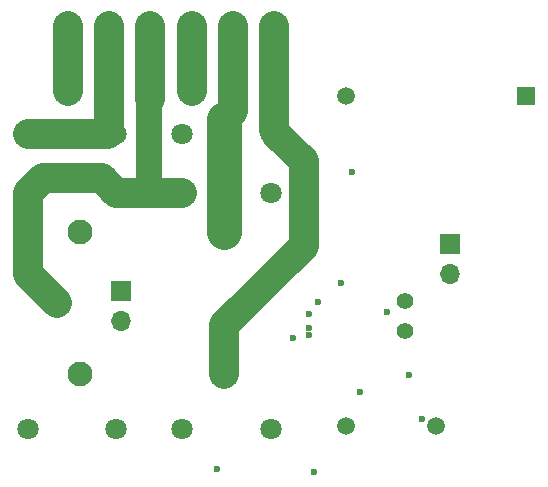
<source format=gbr>
%TF.GenerationSoftware,KiCad,Pcbnew,9.0.0*%
%TF.CreationDate,2025-03-25T19:49:10+01:00*%
%TF.ProjectId,raumtemp_relay,7261756d-7465-46d7-905f-72656c61792e,rev?*%
%TF.SameCoordinates,Original*%
%TF.FileFunction,Copper,L3,Inr*%
%TF.FilePolarity,Positive*%
%FSLAX46Y46*%
G04 Gerber Fmt 4.6, Leading zero omitted, Abs format (unit mm)*
G04 Created by KiCad (PCBNEW 9.0.0) date 2025-03-25 19:49:10*
%MOMM*%
%LPD*%
G01*
G04 APERTURE LIST*
%TA.AperFunction,ComponentPad*%
%ADD10C,1.803400*%
%TD*%
%TA.AperFunction,ComponentPad*%
%ADD11C,1.400000*%
%TD*%
%TA.AperFunction,ComponentPad*%
%ADD12R,1.700000X1.700000*%
%TD*%
%TA.AperFunction,ComponentPad*%
%ADD13O,1.700000X1.700000*%
%TD*%
%TA.AperFunction,ComponentPad*%
%ADD14C,1.800000*%
%TD*%
%TA.AperFunction,ComponentPad*%
%ADD15C,2.100000*%
%TD*%
%TA.AperFunction,ComponentPad*%
%ADD16R,1.508000X1.508000*%
%TD*%
%TA.AperFunction,ComponentPad*%
%ADD17C,1.508000*%
%TD*%
%TA.AperFunction,ViaPad*%
%ADD18C,0.600000*%
%TD*%
%TA.AperFunction,Conductor*%
%ADD19C,2.500000*%
%TD*%
%TA.AperFunction,Conductor*%
%ADD20C,3.000000*%
%TD*%
%TA.AperFunction,Conductor*%
%ADD21C,2.200000*%
%TD*%
G04 APERTURE END LIST*
D10*
%TO.N,Net-(D2-A)*%
%TO.C,K3*%
X135725000Y-99180000D03*
%TO.N,Net-(J1-3)*%
X135725000Y-79180000D03*
%TO.N,Net-(J1-6)*%
X135725000Y-74180000D03*
X143225000Y-74180000D03*
%TO.N,Net-(J1-3)*%
X143225000Y-79180000D03*
%TO.N,+VDC*%
X143225000Y-99180000D03*
%TD*%
%TO.N,Net-(D1-A)*%
%TO.C,K2*%
X122675000Y-99180000D03*
%TO.N,Net-(J1-3)*%
X122675000Y-79180000D03*
%TO.N,Net-(J1-2)*%
X122675000Y-74180000D03*
X130175000Y-74180000D03*
%TO.N,Net-(J1-3)*%
X130175000Y-79180000D03*
%TO.N,+VDC*%
X130175000Y-99180000D03*
%TD*%
D11*
%TO.N,+VDC*%
%TO.C,JP1*%
X154625000Y-90830000D03*
%TO.N,+3V3*%
X154625000Y-88290000D03*
%TD*%
D12*
%TO.N,+3V3*%
%TO.C,J3*%
X158425000Y-83480000D03*
D13*
%TO.N,GND*%
X158425000Y-86020000D03*
%TD*%
D12*
%TO.N,Net-(J2-Pin_1)*%
%TO.C,J2*%
X130524656Y-87480000D03*
D13*
%TO.N,Net-(J2-Pin_2)*%
X130524656Y-90020000D03*
%TD*%
D14*
%TO.N,Net-(J1-1)*%
%TO.C,J1*%
X126036723Y-70200000D03*
X126036723Y-64700000D03*
%TO.N,Net-(J1-2)*%
X129536723Y-70200000D03*
X129536723Y-64700000D03*
%TO.N,Net-(J1-3)*%
X133036723Y-70200000D03*
X133036723Y-64700000D03*
%TO.N,Net-(J1-4)*%
X136536723Y-70200000D03*
X136536723Y-64700000D03*
%TO.N,Net-(J1-5)*%
X140036723Y-70200000D03*
X140036723Y-64700000D03*
%TO.N,Net-(J1-6)*%
X143536723Y-70200000D03*
X143536723Y-64700000D03*
%TD*%
D15*
%TO.N,+VDC*%
%TO.C,K1*%
X127125000Y-94480000D03*
%TO.N,Net-(D1-A)*%
X127125000Y-82480000D03*
%TO.N,Net-(J1-3)*%
X125125000Y-88480000D03*
%TO.N,Net-(J1-6)*%
X139325000Y-94480000D03*
%TO.N,Net-(J1-5)*%
X139325000Y-82480000D03*
%TD*%
D16*
%TO.N,Net-(J1-3)*%
%TO.C,PS1*%
X164864545Y-70981894D03*
D17*
%TO.N,Net-(J1-1)*%
X149624545Y-70981894D03*
%TO.N,GND*%
X149624545Y-98921894D03*
%TO.N,+VDC*%
X157244545Y-98921894D03*
%TD*%
D18*
%TO.N,+VDC*%
X153050000Y-89255000D03*
X147275000Y-88430000D03*
X146475000Y-89380000D03*
%TO.N,GND*%
X146475000Y-90580000D03*
X146475000Y-91230000D03*
X145125000Y-91430000D03*
X150825000Y-95980000D03*
X149225000Y-86780000D03*
X150125000Y-77380000D03*
%TO.N,+VDC*%
X156025000Y-98280000D03*
X154925000Y-94580000D03*
%TO.N,Net-(J2-Pin_2)*%
X146925000Y-102780000D03*
%TO.N,Net-(J2-Pin_1)*%
X138725000Y-102580000D03*
%TD*%
D19*
%TO.N,Net-(J1-3)*%
X128925000Y-77930000D02*
X130092108Y-79097108D01*
X130092108Y-79097108D02*
X130175000Y-79097108D01*
X122675000Y-79180000D02*
X123925000Y-77930000D01*
X123925000Y-77930000D02*
X128925000Y-77930000D01*
%TO.N,Net-(J1-6)*%
X146025000Y-83680000D02*
X146025000Y-76480000D01*
X146025000Y-76480000D02*
X143725000Y-74180000D01*
X139325000Y-90380000D02*
X146025000Y-83680000D01*
X139325000Y-94480000D02*
X139325000Y-90380000D01*
%TO.N,Net-(J1-2)*%
X129536723Y-70200000D02*
X129536723Y-74091723D01*
%TO.N,Net-(J1-6)*%
X143536723Y-70518297D02*
X143536723Y-73868277D01*
X143536723Y-65018297D02*
X143536723Y-70518297D01*
%TO.N,Net-(J1-2)*%
X122675000Y-74180000D02*
X129448446Y-74180000D01*
%TO.N,Net-(J1-5)*%
X140036723Y-72218277D02*
X140036723Y-65018297D01*
%TO.N,Net-(J1-4)*%
X136536723Y-65018297D02*
X136536723Y-70518297D01*
%TO.N,Net-(J1-1)*%
X126036723Y-65018297D02*
X126036723Y-70518297D01*
%TO.N,Net-(J1-5)*%
X139325000Y-72930000D02*
X140036723Y-72218277D01*
D20*
X139325000Y-82480000D02*
X139325000Y-72930000D01*
D19*
%TO.N,Net-(J1-2)*%
X129448446Y-74180000D02*
X129536723Y-74091723D01*
X129536723Y-65018297D02*
X129536723Y-70518297D01*
%TO.N,Net-(J1-3)*%
X133036723Y-79168277D02*
X133025000Y-79180000D01*
X122675000Y-86030000D02*
X122675000Y-79180000D01*
X133036723Y-70200000D02*
X133036723Y-71230000D01*
X133036723Y-65018297D02*
X133036723Y-70518297D01*
X132975000Y-79097108D02*
X133036723Y-79097108D01*
X125125000Y-88480000D02*
X122675000Y-86030000D01*
X133025000Y-79180000D02*
X135725000Y-79180000D01*
D21*
X132975000Y-71291723D02*
X132975000Y-79097108D01*
X133036723Y-71230000D02*
X132975000Y-71291723D01*
D19*
X130175000Y-79180000D02*
X135725000Y-79180000D01*
%TD*%
M02*

</source>
